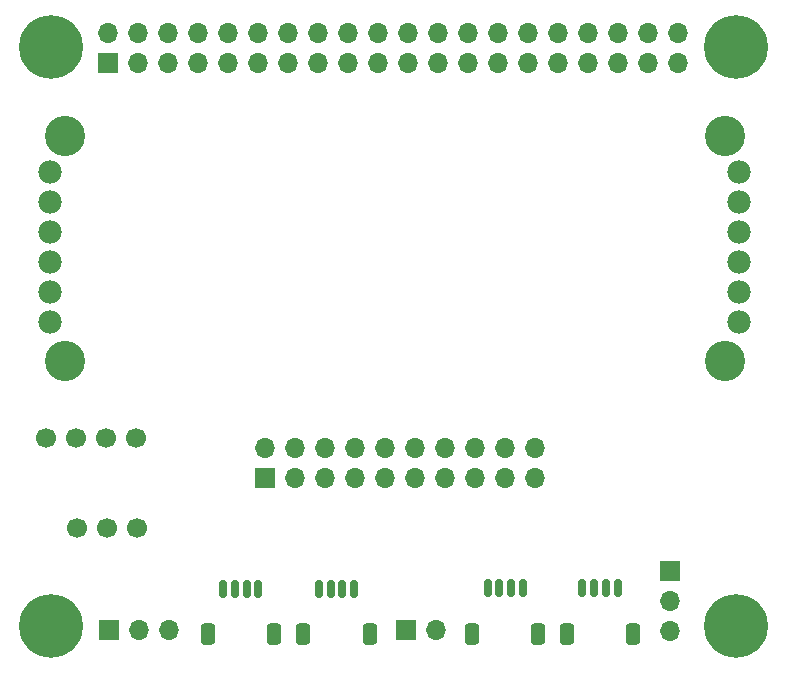
<source format=gbr>
%TF.GenerationSoftware,KiCad,Pcbnew,7.0.10*%
%TF.CreationDate,2024-08-19T03:07:17+10:00*%
%TF.ProjectId,AI4R-PIHAT,41493452-2d50-4494-9841-542e6b696361,rev?*%
%TF.SameCoordinates,Original*%
%TF.FileFunction,Soldermask,Top*%
%TF.FilePolarity,Negative*%
%FSLAX46Y46*%
G04 Gerber Fmt 4.6, Leading zero omitted, Abs format (unit mm)*
G04 Created by KiCad (PCBNEW 7.0.10) date 2024-08-19 03:07:17*
%MOMM*%
%LPD*%
G01*
G04 APERTURE LIST*
G04 Aperture macros list*
%AMRoundRect*
0 Rectangle with rounded corners*
0 $1 Rounding radius*
0 $2 $3 $4 $5 $6 $7 $8 $9 X,Y pos of 4 corners*
0 Add a 4 corners polygon primitive as box body*
4,1,4,$2,$3,$4,$5,$6,$7,$8,$9,$2,$3,0*
0 Add four circle primitives for the rounded corners*
1,1,$1+$1,$2,$3*
1,1,$1+$1,$4,$5*
1,1,$1+$1,$6,$7*
1,1,$1+$1,$8,$9*
0 Add four rect primitives between the rounded corners*
20,1,$1+$1,$2,$3,$4,$5,0*
20,1,$1+$1,$4,$5,$6,$7,0*
20,1,$1+$1,$6,$7,$8,$9,0*
20,1,$1+$1,$8,$9,$2,$3,0*%
G04 Aperture macros list end*
%ADD10RoundRect,0.150000X-0.150000X-0.625000X0.150000X-0.625000X0.150000X0.625000X-0.150000X0.625000X0*%
%ADD11RoundRect,0.250000X-0.350000X-0.650000X0.350000X-0.650000X0.350000X0.650000X-0.350000X0.650000X0*%
%ADD12R,1.700000X1.700000*%
%ADD13O,1.700000X1.700000*%
%ADD14C,5.400000*%
%ADD15C,1.982000*%
%ADD16C,3.404000*%
%ADD17C,1.700000*%
G04 APERTURE END LIST*
D10*
%TO.C,J2*%
X60500000Y-61300000D03*
X61500000Y-61300000D03*
X62500000Y-61300000D03*
X63500000Y-61300000D03*
D11*
X59200000Y-65175000D03*
X64800000Y-65175000D03*
%TD*%
D12*
%TO.C,J9*%
X45600000Y-64800000D03*
D13*
X48140000Y-64800000D03*
%TD*%
D12*
%TO.C,J1*%
X20380000Y-16800000D03*
D13*
X20380000Y-14260000D03*
X22920000Y-16800000D03*
X22920000Y-14260000D03*
X25460000Y-16800000D03*
X25460000Y-14260000D03*
X28000000Y-16800000D03*
X28000000Y-14260000D03*
X30540000Y-16800000D03*
X30540000Y-14260000D03*
X33080000Y-16800000D03*
X33080000Y-14260000D03*
X35620000Y-16800000D03*
X35620000Y-14260000D03*
X38160000Y-16800000D03*
X38160000Y-14260000D03*
X40700000Y-16800000D03*
X40700000Y-14260000D03*
X43240000Y-16800000D03*
X43240000Y-14260000D03*
X45780000Y-16800000D03*
X45780000Y-14260000D03*
X48320000Y-16800000D03*
X48320000Y-14260000D03*
X50860000Y-16800000D03*
X50860000Y-14260000D03*
X53400000Y-16800000D03*
X53400000Y-14260000D03*
X55940000Y-16800000D03*
X55940000Y-14260000D03*
X58480000Y-16800000D03*
X58480000Y-14260000D03*
X61020000Y-16800000D03*
X61020000Y-14260000D03*
X63560000Y-16800000D03*
X63560000Y-14260000D03*
X66100000Y-16800000D03*
X66100000Y-14260000D03*
X68640000Y-16800000D03*
X68640000Y-14260000D03*
%TD*%
D12*
%TO.C,J6*%
X33640000Y-52000000D03*
D13*
X33640000Y-49460000D03*
X36180000Y-52000000D03*
X36180000Y-49460000D03*
X38720000Y-52000000D03*
X38720000Y-49460000D03*
X41260000Y-52000000D03*
X41260000Y-49460000D03*
X43800000Y-52000000D03*
X43800000Y-49460000D03*
X46340000Y-52000000D03*
X46340000Y-49460000D03*
X48880000Y-52000000D03*
X48880000Y-49460000D03*
X51420000Y-52000000D03*
X51420000Y-49460000D03*
X53960000Y-52000000D03*
X53960000Y-49460000D03*
X56500000Y-52000000D03*
X56500000Y-49460000D03*
%TD*%
D14*
%TO.C,H3*%
X15500000Y-64500000D03*
%TD*%
%TO.C,H4*%
X73500000Y-64500000D03*
%TD*%
D15*
%TO.C,U1*%
X15490000Y-26023000D03*
X73783000Y-26023000D03*
X15490000Y-28563000D03*
X73783000Y-28563000D03*
D16*
X16760000Y-22975000D03*
X72640000Y-22975000D03*
X16760000Y-42025000D03*
X72640000Y-42025000D03*
D15*
X15490000Y-31103000D03*
X73783000Y-31103000D03*
X15490000Y-33643000D03*
X73783000Y-33643000D03*
X15490000Y-38723000D03*
X73783000Y-38723000D03*
X15490000Y-36183000D03*
X73783000Y-36183000D03*
%TD*%
D17*
%TO.C,U2*%
X17700000Y-56180000D03*
X20240000Y-56180000D03*
X22780000Y-56180000D03*
X22730000Y-48560000D03*
X20190000Y-48560000D03*
X17650000Y-48560000D03*
X15110000Y-48560000D03*
%TD*%
D14*
%TO.C,H2*%
X73500000Y-15500000D03*
%TD*%
D10*
%TO.C,J5*%
X30100000Y-61325000D03*
X31100000Y-61325000D03*
X32100000Y-61325000D03*
X33100000Y-61325000D03*
D11*
X28800000Y-65200000D03*
X34400000Y-65200000D03*
%TD*%
D14*
%TO.C,H1*%
X15500000Y-15500000D03*
%TD*%
D12*
%TO.C,J7*%
X20470000Y-64800000D03*
D13*
X23010000Y-64800000D03*
X25550000Y-64800000D03*
%TD*%
D12*
%TO.C,J8*%
X67900000Y-59875000D03*
D13*
X67900000Y-62415000D03*
X67900000Y-64955000D03*
%TD*%
D10*
%TO.C,J3*%
X52500000Y-61300000D03*
X53500000Y-61300000D03*
X54500000Y-61300000D03*
X55500000Y-61300000D03*
D11*
X51200000Y-65175000D03*
X56800000Y-65175000D03*
%TD*%
D10*
%TO.C,J4*%
X38200000Y-61325000D03*
X39200000Y-61325000D03*
X40200000Y-61325000D03*
X41200000Y-61325000D03*
D11*
X36900000Y-65200000D03*
X42500000Y-65200000D03*
%TD*%
M02*

</source>
